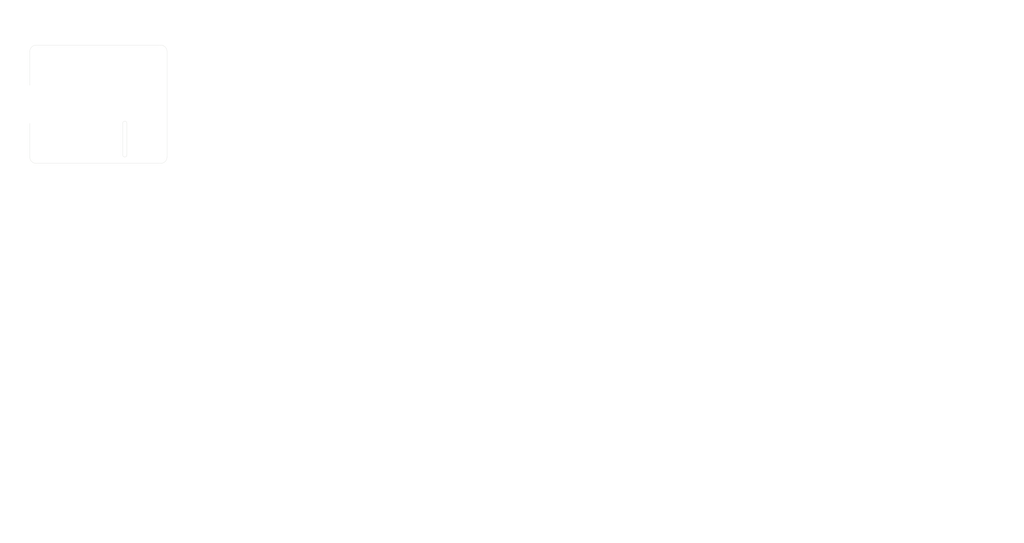
<source format=kicad_pcb>
(kicad_pcb (version 20240108) (generator "pcbnew") (generator_version "8.0")
  (title_block (date "15 nov 2012"))
  (layers (0 "F.Cu" signal) (31 "B.Cu" signal) (34 "B.Paste" user) (35 "F.Paste" user) (36 "B.SilkS" user "B.Silkscreen") (37 "F.SilkS" user "F.Silkscreen") (38 "B.Mask" user) (39 "F.Mask" user) (44 "Edge.Cuts" user))
  (net 0 "")
  (footprint "MountingHole:MountingHole_2.7mm_M2.5" (layer "F.Cu") (at 161.5 47.5)
    (property "Reference" "MH2" (hide yes))
    (property "Value" "MountingHole_2.7mm_M2.5" (hide yes))
    (pad "" np_thru_hole circle (at 0 0) (size 2.7 2.7) (drill 2.7) (layers "*.Cu" "*.Mask"))
  )
  (footprint "MountingHole:MountingHole_2.7mm_M2.5" (layer "F.Cu") (at 103.5 96.5)
    (property "Reference" "MH3" (hide yes))
    (property "Value" "MountingHole_2.7mm_M2.5" (hide yes))
    (pad "" np_thru_hole circle (at 0 0) (size 2.7 2.7) (drill 2.7) (layers "*.Cu" "*.Mask"))
  )
  (footprint "MountingHole:MountingHole_2.7mm_M2.5" (layer "F.Cu") (at 103.5 47.5)
    (property "Reference" "MH1" (hide yes))
    (property "Value" "MountingHole_2.7mm_M2.5" (hide yes))
    (pad "" np_thru_hole circle (at 0 0) (size 2.7 2.7) (drill 2.7) (layers "*.Cu" "*.Mask"))
  )
  (footprint "MountingHole:MountingHole_2.7mm_M2.5" (layer "F.Cu") (at 161.5 96.5)
    (property "Reference" "MH4" (hide yes))
    (property "Value" "MountingHole_2.7mm_M2.5" (hide yes))
    (pad "" np_thru_hole circle (at 0 0) (size 2.7 2.7) (drill 2.7) (layers "*.Cu" "*.Mask"))
  )
  (gr_arc (start 162 44) (mid 164.12132 44.87868) (end 165 47) (stroke (width 0.1)) (layer "Edge.Cuts"))
  (gr_line (start 165 97) (end 165 47) (stroke (width 0.1)) (layer "Edge.Cuts"))
  (gr_line (start 100 47) (end 100 63) (stroke (width 0.1)) (layer "Edge.Cuts"))
  (gr_line (start 146 81) (end 146 96) (stroke (width 0.1)) (layer "Edge.Cuts"))
  (gr_line (start 144 96) (end 144 81) (stroke (width 0.1)) (layer "Edge.Cuts"))
  (gr_arc (start 103 100) (mid 100.87868 99.12132) (end 100 97) (stroke (width 0.1)) (layer "Edge.Cuts"))
  (gr_line (start 103 100) (end 162 100) (stroke (width 0.1)) (layer "Edge.Cuts"))
  (gr_arc (start 144 81) (mid 145 80) (end 146 81) (stroke (width 0.1)) (layer "Edge.Cuts"))
  (gr_arc (start 165 97) (mid 164.12132 99.12132) (end 162 100) (stroke (width 0.1)) (layer "Edge.Cuts"))
  (gr_arc (start 100 47) (mid 100.87868 44.87868) (end 103 44) (stroke (width 0.1)) (layer "Edge.Cuts"))
  (gr_arc (start 146 96) (mid 145 97) (end 144 96) (stroke (width 0.1)) (layer "Edge.Cuts"))
  (gr_line (start 100 81) (end 100 97) (stroke (width 0.1)) (layer "Edge.Cuts"))
  (gr_line (start 162 44) (end 103 44) (stroke (width 0.1)) (layer "Edge.Cuts"))
)
</source>
